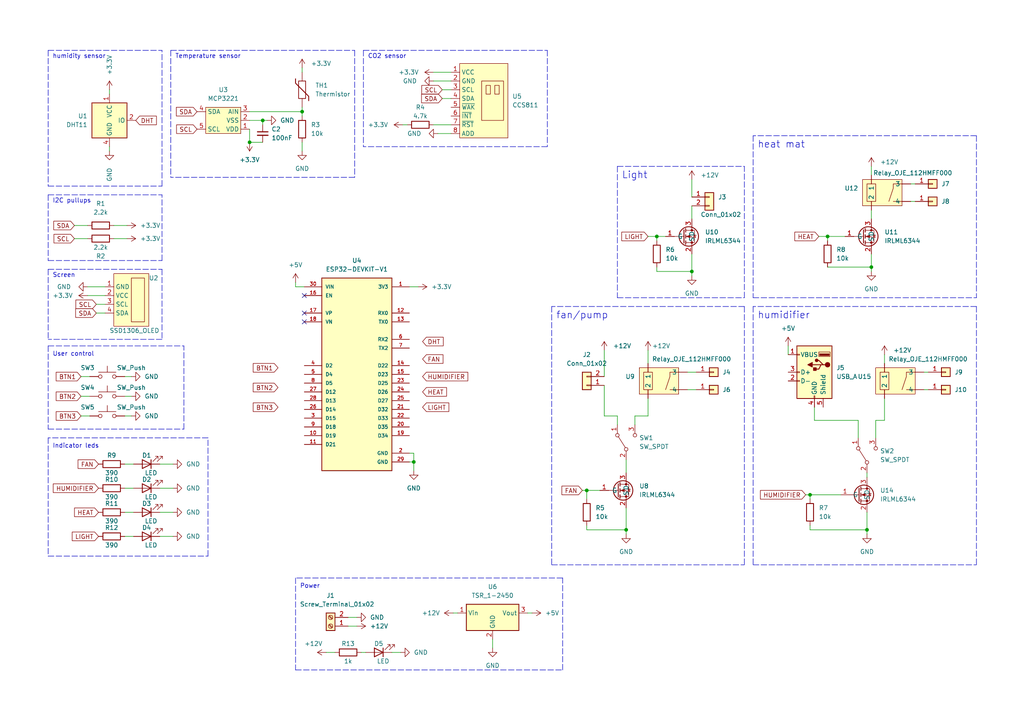
<source format=kicad_sch>
(kicad_sch (version 20211123) (generator eeschema)
  (paper "A4")
  (lib_symbols
    (symbol "Connector:Screw_Terminal_01x02" (pin_names (offset 1.016) hide)
      (property "Reference" "J" (at 0 2.54 0))
      (property "Value" "Screw_Terminal_01x02" (at 0 -5.08 0))
      (symbol "Screw_Terminal_01x02_1_1"
        (rectangle (start -1.27 1.27) (end 1.27 -3.81) (stroke (width 0.254)) (fill (type background)))
        (circle (center 0 -2.54) (radius 0.635) (stroke (width 0.1524)))
        (polyline (pts (xy -0.5334 -2.2098) (xy 0.3302 -3.048)) (stroke (width 0.1524)))
        (polyline (pts (xy -0.5334 0.3302) (xy 0.3302 -0.508)) (stroke (width 0.1524)))
        (polyline (pts (xy -0.3556 -2.032) (xy 0.508 -2.8702)) (stroke (width 0.1524)))
        (polyline (pts (xy -0.3556 0.508) (xy 0.508 -0.3302)) (stroke (width 0.1524)))
        (circle (center 0 0) (radius 0.635) (stroke (width 0.1524)))
        (pin passive line (at -5.08 0 0) (length 3.81) (name "Pin_1") (number "1"))
        (pin passive line (at -5.08 -2.54 0) (length 3.81) (name "Pin_2") (number "2"))
      )
    )
    (symbol "Connector:USB_A" (pin_names (offset 1.016))
      (property "Reference" "J" (at -5.08 11.43 0))
      (property "Value" "USB_A" (at -5.08 8.89 0))
      (symbol "USB_A_0_1"
        (rectangle (start -5.08 -7.62) (end 5.08 7.62) (stroke (width 0.254)) (fill (type background)))
        (circle (center -3.81 2.159) (radius 0.635) (stroke (width 0.254)) (fill (type outline)))
        (rectangle (start -1.524 4.826) (end -4.318 5.334) (fill (type outline)))
        (rectangle (start -1.27 4.572) (end -4.572 5.842))
        (circle (center -0.635 3.429) (radius 0.381) (stroke (width 0.254)) (fill (type outline)))
        (rectangle (start -0.127 -7.62) (end 0.127 -6.858))
        (polyline (pts (xy -3.175 2.159) (xy -2.54 2.159) (xy -1.27 3.429) (xy -0.635 3.429)) (stroke (width 0.254)))
        (polyline (pts (xy -2.54 2.159) (xy -1.905 2.159) (xy -1.27 0.889) (xy 0 0.889)) (stroke (width 0.254)))
        (polyline (pts (xy 0.635 2.794) (xy 0.635 1.524) (xy 1.905 2.159) (xy 0.635 2.794)) (stroke (width 0.254)) (fill (type outline)))
        (rectangle (start 0.254 1.27) (end -0.508 0.508) (stroke (width 0.254)) (fill (type outline)))
        (rectangle (start 5.08 -2.667) (end 4.318 -2.413))
        (rectangle (start 5.08 -0.127) (end 4.318 0.127))
        (rectangle (start 5.08 4.953) (end 4.318 5.207))
      )
      (symbol "USB_A_1_1"
        (polyline (pts (xy -1.905 2.159) (xy 0.635 2.159)) (stroke (width 0.254)))
        (pin power_in line (at 7.62 5.08 180) (length 2.54) (name "VBUS") (number "1"))
        (pin bidirectional line (at 7.62 -2.54 180) (length 2.54) (name "D-") (number "2"))
        (pin bidirectional line (at 7.62 0 180) (length 2.54) (name "D+") (number "3"))
        (pin power_in line (at 0 -10.16 90) (length 2.54) (name "GND") (number "4"))
        (pin passive line (at -2.54 -10.16 90) (length 2.54) (name "Shield") (number "5"))
      )
    )
    (symbol "Connector_Generic:Conn_01x01" (pin_names (offset 1.016) hide)
      (property "Reference" "J" (at 0 2.54 0))
      (property "Value" "Conn_01x01" (at 0 -2.54 0))
      (symbol "Conn_01x01_1_1"
        (rectangle (start -1.27 0.127) (end 0 -0.127) (stroke (width 0.1524)))
        (rectangle (start -1.27 1.27) (end 1.27 -1.27) (stroke (width 0.254)) (fill (type background)))
        (pin passive line (at -5.08 0 0) (length 3.81) (name "Pin_1") (number "1"))
      )
    )
    (symbol "Connector_Generic:Conn_01x02" (pin_names (offset 1.016) hide)
      (property "Reference" "J" (at 0 2.54 0))
      (property "Value" "Conn_01x02" (at 0 -5.08 0))
      (symbol "Conn_01x02_1_1"
        (rectangle (start -1.27 -2.413) (end 0 -2.667) (stroke (width 0.1524)))
        (rectangle (start -1.27 0.127) (end 0 -0.127) (stroke (width 0.1524)))
        (rectangle (start -1.27 1.27) (end 1.27 -3.81) (stroke (width 0.254)) (fill (type background)))
        (pin passive line (at -5.08 0 0) (length 3.81) (name "Pin_1") (number "1"))
        (pin passive line (at -5.08 -2.54 0) (length 3.81) (name "Pin_2") (number "2"))
      )
    )
    (symbol "Device:C_Small" (pin_numbers hide) (pin_names (offset 0.254) hide)
      (property "Reference" "C" (at 0.254 1.778 0))
      (property "Value" "C_Small" (at 0.254 -2.032 0))
      (symbol "C_Small_0_1"
        (polyline (pts (xy -1.524 -0.508) (xy 1.524 -0.508)) (stroke (width 0.3302)))
        (polyline (pts (xy -1.524 0.508) (xy 1.524 0.508)) (stroke (width 0.3048)))
      )
      (symbol "C_Small_1_1"
        (pin passive line (at 0 2.54 270) (length 2.032) (name "~") (number "1"))
        (pin passive line (at 0 -2.54 90) (length 2.032) (name "~") (number "2"))
      )
    )
    (symbol "Device:LED" (pin_numbers hide) (pin_names (offset 1.016) hide)
      (property "Reference" "D" (at 0 2.54 0))
      (property "Value" "LED" (at 0 -2.54 0))
      (symbol "LED_0_1"
        (polyline (pts (xy -1.27 -1.27) (xy -1.27 1.27)) (stroke (width 0.254)))
        (polyline (pts (xy -1.27 0) (xy 1.27 0)))
        (polyline (pts (xy 1.27 -1.27) (xy 1.27 1.27) (xy -1.27 0) (xy 1.27 -1.27)) (stroke (width 0.254)))
        (polyline (pts (xy -3.048 -0.762) (xy -4.572 -2.286) (xy -3.81 -2.286) (xy -4.572 -2.286) (xy -4.572 -1.524)))
        (polyline (pts (xy -1.778 -0.762) (xy -3.302 -2.286) (xy -2.54 -2.286) (xy -3.302 -2.286) (xy -3.302 -1.524)))
      )
      (symbol "LED_1_1"
        (pin passive line (at -3.81 0 0) (length 2.54) (name "K") (number "1"))
        (pin passive line (at 3.81 0 180) (length 2.54) (name "A") (number "2"))
      )
    )
    (symbol "Device:R" (pin_numbers hide) (pin_names (offset 0))
      (property "Reference" "R" (at 2.032 0 90))
      (property "Value" "R" (at 0 0 90))
      (symbol "R_0_1"
        (rectangle (start -1.016 -2.54) (end 1.016 2.54) (stroke (width 0.254)))
      )
      (symbol "R_1_1"
        (pin passive line (at 0 3.81 270) (length 1.27) (name "~") (number "1"))
        (pin passive line (at 0 -3.81 90) (length 1.27) (name "~") (number "2"))
      )
    )
    (symbol "Device:Thermistor" (pin_numbers hide) (pin_names (offset 0))
      (property "Reference" "TH" (at 2.54 1.27 90))
      (property "Value" "Thermistor" (at -2.54 0 90))
      (symbol "Thermistor_0_1"
        (rectangle (start -1.016 2.54) (end 1.016 -2.54) (stroke (width 0.2032)))
        (polyline (pts (xy -1.905 3.175) (xy -1.905 1.905) (xy 1.905 -1.905) (xy 1.905 -3.175) (xy 1.905 -3.175)) (stroke (width 0.254)))
      )
      (symbol "Thermistor_1_1"
        (pin passive line (at 0 5.08 270) (length 2.54) (name "~") (number "1"))
        (pin passive line (at 0 -5.08 90) (length 2.54) (name "~") (number "2"))
      )
    )
    (symbol "Regulator_Switching:TSR_1-2450"
      (property "Reference" "U" (at -7.62 6.35 0))
      (property "Value" "TSR_1-2450" (at -1.27 6.35 0))
      (symbol "TSR_1-2450_0_1"
        (rectangle (start -7.62 5.08) (end 7.62 -2.54) (stroke (width 0.254)) (fill (type background)))
      )
      (symbol "TSR_1-2450_1_1"
        (pin power_in line (at -10.16 2.54 0) (length 2.54) (name "Vin") (number "1"))
        (pin power_in line (at 0 -5.08 90) (length 2.54) (name "GND") (number "2"))
        (pin power_out line (at 10.16 2.54 180) (length 2.54) (name "Vout") (number "3"))
      )
    )
    (symbol "Sensor:DHT11"
      (property "Reference" "U" (at -3.81 6.35 0))
      (property "Value" "DHT11" (at 3.81 6.35 0))
      (symbol "DHT11_0_1"
        (rectangle (start -5.08 5.08) (end 5.08 -5.08) (stroke (width 0.254)) (fill (type background)))
      )
      (symbol "DHT11_1_1"
        (pin power_in line (at 0 7.62 270) (length 2.54) (name "VCC") (number "1"))
        (pin bidirectional line (at 7.62 0 180) (length 2.54) (name "IO") (number "2"))
        (pin no_connect line (at -5.08 0 0) (length 2.54) hide (name "NC") (number "3"))
        (pin power_in line (at 0 -7.62 90) (length 2.54) (name "GND") (number "4"))
      )
    )
    (symbol "Switch:SW_Push" (pin_numbers hide) (pin_names (offset 1.016) hide)
      (property "Reference" "SW" (at 1.27 2.54 0))
      (property "Value" "SW_Push" (at 0 -1.524 0))
      (symbol "SW_Push_0_1"
        (circle (center -2.032 0) (radius 0.508))
        (polyline (pts (xy 0 1.27) (xy 0 3.048)))
        (polyline (pts (xy 2.54 1.27) (xy -2.54 1.27)))
        (circle (center 2.032 0) (radius 0.508))
        (pin passive line (at -5.08 0 0) (length 2.54) (name "1") (number "1"))
        (pin passive line (at 5.08 0 180) (length 2.54) (name "2") (number "2"))
      )
    )
    (symbol "Switch:SW_SPDT" (pin_names (offset 0) hide)
      (property "Reference" "SW" (at 0 4.318 0))
      (property "Value" "SW_SPDT" (at 0 -5.08 0))
      (symbol "SW_SPDT_0_0"
        (circle (center -2.032 0) (radius 0.508))
        (circle (center 2.032 -2.54) (radius 0.508))
      )
      (symbol "SW_SPDT_0_1"
        (polyline (pts (xy -1.524 0.254) (xy 1.651 2.286)))
        (circle (center 2.032 2.54) (radius 0.508))
      )
      (symbol "SW_SPDT_1_1"
        (pin passive line (at 5.08 2.54 180) (length 2.54) (name "A") (number "1"))
        (pin passive line (at -5.08 0 0) (length 2.54) (name "B") (number "2"))
        (pin passive line (at 5.08 -2.54 180) (length 2.54) (name "C") (number "3"))
      )
    )
    (symbol "mySymbols:CCS811"
      (property "Reference" "U" (at -5.08 12.7 0))
      (property "Value" "CCS811" (at 5.08 -11.43 0))
      (symbol "CCS811_0_1"
        (rectangle (start -6.35 11.43) (end 7.62 -10.16) (fill (type background)))
        (rectangle (start 0 6.35) (end 6.35 -5.08))
        (rectangle (start 1.27 5.08) (end 2.54 2.54))
        (rectangle (start 3.81 5.08) (end 5.08 2.54))
      )
      (symbol "CCS811_1_1"
        (pin power_in line (at -8.89 8.89 0) (length 2.54) (name "VCC") (number "1"))
        (pin power_in line (at -8.89 6.35 0) (length 2.54) (name "GND") (number "2"))
        (pin open_collector line (at -8.89 3.81 0) (length 2.54) (name "SCL") (number "3"))
        (pin open_collector line (at -8.89 1.27 0) (length 2.54) (name "SDA") (number "4"))
        (pin input line (at -8.89 -1.27 0) (length 2.54) (name "~{WAK}") (number "5"))
        (pin output line (at -8.89 -3.81 0) (length 2.54) (name "~{INT}") (number "6"))
        (pin input line (at -8.89 -6.35 0) (length 2.54) (name "~{RST}") (number "7"))
        (pin input line (at -8.89 -8.89 0) (length 2.54) (name "ADD") (number "8"))
      )
    )
    (symbol "mySymbols:ESP32-DEVKIT-V1" (pin_names (offset 1.016))
      (property "Reference" "U" (at -10.16 30.48 0))
      (property "Value" "ESP32-DEVKIT-V1" (at -10.16 -30.48 0))
      (symbol "ESP32-DEVKIT-V1_0_0"
        (rectangle (start -10.16 -27.94) (end 10.16 27.94) (stroke (width 0.254)) (fill (type background)))
        (pin output line (at 15.24 25.4 180) (length 5.08) (name "3V3") (number "1"))
        (pin bidirectional line (at -15.24 -17.78 0) (length 5.08) (name "D19") (number "10"))
        (pin bidirectional line (at -15.24 -20.32 0) (length 5.08) (name "D21") (number "11"))
        (pin input line (at 15.24 17.78 180) (length 5.08) (name "RX0") (number "12"))
        (pin output line (at 15.24 15.24 180) (length 5.08) (name "TX0") (number "13"))
        (pin bidirectional line (at 15.24 2.54 180) (length 5.08) (name "D22") (number "14"))
        (pin bidirectional line (at 15.24 0 180) (length 5.08) (name "D23") (number "15"))
        (pin input line (at -15.24 22.86 0) (length 5.08) (name "EN") (number "16"))
        (pin bidirectional line (at -15.24 17.78 0) (length 5.08) (name "VP") (number "17"))
        (pin bidirectional line (at -15.24 15.24 0) (length 5.08) (name "VN") (number "18"))
        (pin bidirectional line (at 15.24 -17.78 180) (length 5.08) (name "D34") (number "19"))
        (pin power_in line (at 15.24 -22.86 180) (length 5.08) (name "GND") (number "2"))
        (pin bidirectional line (at 15.24 -15.24 180) (length 5.08) (name "D35") (number "20"))
        (pin bidirectional line (at 15.24 -10.16 180) (length 5.08) (name "D32") (number "21"))
        (pin bidirectional line (at 15.24 -12.7 180) (length 5.08) (name "D33") (number "22"))
        (pin bidirectional line (at 15.24 -2.54 180) (length 5.08) (name "D25") (number "23"))
        (pin bidirectional line (at 15.24 -5.08 180) (length 5.08) (name "D26") (number "24"))
        (pin bidirectional line (at 15.24 -7.62 180) (length 5.08) (name "D27") (number "25"))
        (pin bidirectional line (at -15.24 -10.16 0) (length 5.08) (name "D14") (number "26"))
        (pin bidirectional line (at -15.24 -5.08 0) (length 5.08) (name "D12") (number "27"))
        (pin bidirectional line (at -15.24 -7.62 0) (length 5.08) (name "D13") (number "28"))
        (pin power_in line (at 15.24 -25.4 180) (length 5.08) (name "GND") (number "29"))
        (pin bidirectional line (at -15.24 -12.7 0) (length 5.08) (name "D15") (number "3"))
        (pin input line (at -15.24 25.4 0) (length 5.08) (name "VIN") (number "30"))
        (pin bidirectional line (at -15.24 2.54 0) (length 5.08) (name "D2") (number "4"))
        (pin bidirectional line (at -15.24 0 0) (length 5.08) (name "D4") (number "5"))
        (pin input line (at 15.24 10.16 180) (length 5.08) (name "RX2") (number "6"))
        (pin output line (at 15.24 7.62 180) (length 5.08) (name "TX2") (number "7"))
        (pin bidirectional line (at -15.24 -2.54 0) (length 5.08) (name "D5") (number "8"))
        (pin bidirectional line (at -15.24 -15.24 0) (length 5.08) (name "D18") (number "9"))
      )
    )
    (symbol "mySymbols:IRLML6344" (pin_names (offset 1.016))
      (property "Reference" "U" (at 2.54 3.81 0))
      (property "Value" "IRLML6344" (at -7.62 3.81 0))
      (symbol "IRLML6344_1_1"
        (circle (center -0.889 0) (radius 2.8194) (stroke (width 0.254)))
        (circle (center 0 -1.778) (radius 0.2794) (fill (type outline)))
        (polyline (pts (xy -5.08 0) (xy -2.286 0)))
        (polyline (pts (xy -1.778 -1.778) (xy 0 -1.778)))
        (polyline (pts (xy -1.778 -1.27) (xy -1.778 -2.286)) (stroke (width 0.254)))
        (polyline (pts (xy -1.778 0) (xy 0 0)))
        (polyline (pts (xy -1.778 0.508) (xy -1.778 -0.508)) (stroke (width 0.254)))
        (polyline (pts (xy -1.778 1.778) (xy 0 1.778)))
        (polyline (pts (xy -1.778 2.286) (xy -1.778 1.27)) (stroke (width 0.254)))
        (polyline (pts (xy 0 -1.778) (xy 0 -2.54)))
        (polyline (pts (xy 0 -1.778) (xy 0 0)))
        (polyline (pts (xy 0 2.54) (xy 0 1.778)))
        (polyline (pts (xy -2.286 1.905) (xy -2.286 -1.905) (xy -2.286 -1.905)) (stroke (width 0.254)))
        (polyline (pts (xy -1.524 0) (xy -0.508 0.381) (xy -0.508 -0.381) (xy -1.524 0)) (fill (type outline)))
        (polyline (pts (xy 0 -1.778) (xy 0.762 -1.778) (xy 0.762 1.778) (xy 0 1.778)))
        (polyline (pts (xy 0.254 0.508) (xy 0.381 0.381) (xy 1.143 0.381) (xy 1.27 0.254)))
        (polyline (pts (xy 0.762 0.381) (xy 0.381 -0.254) (xy 1.143 -0.254) (xy 0.762 0.381)))
        (circle (center 0 1.778) (radius 0.2794) (fill (type outline)))
        (pin input line (at -7.62 0 0) (length 2.54) (name "G") (number "1"))
        (pin passive line (at 0 -5.08 90) (length 2.54) (name "S") (number "2"))
        (pin passive line (at 0 5.08 270) (length 2.54) (name "D") (number "3"))
      )
    )
    (symbol "mySymbols:MCP3221"
      (property "Reference" "U" (at -3.81 5.08 0))
      (property "Value" "MCP3221" (at 0 -5.08 0))
      (symbol "MCP3221_0_1"
        (rectangle (start -5.08 3.81) (end 5.08 -3.81) (fill (type background)))
      )
      (symbol "MCP3221_1_1"
        (pin power_in line (at -7.62 2.54 0) (length 2.54) (name "VDD") (number "1"))
        (pin power_in line (at -7.62 0 0) (length 2.54) (name "VSS") (number "2"))
        (pin input line (at -7.62 -2.54 0) (length 2.54) (name "AIN") (number "3"))
        (pin open_collector line (at 7.62 -2.54 180) (length 2.54) (name "SDA") (number "4"))
        (pin open_collector line (at 7.62 2.54 180) (length 2.54) (name "SCL") (number "5"))
      )
    )
    (symbol "mySymbols:Relay_OJE_112HMFF000"
      (property "Reference" "U" (at -5.08 5.08 0))
      (property "Value" "Relay_OJE_112HMFF000" (at 10.16 -6.35 0))
      (symbol "Relay_OJE_112HMFF000_0_1"
        (rectangle (start -5.08 3.81) (end 6.35 -3.81) (fill (type background)))
        (rectangle (start -3.81 2.54) (end -1.27 -2.54))
        (polyline (pts (xy 6.35 -2.54) (xy 3.81 -2.54)))
        (polyline (pts (xy 6.35 2.54) (xy 3.81 2.54) (xy 3.81 1.27) (xy 2.54 -2.54)))
      )
      (symbol "Relay_OJE_112HMFF000_1_1"
        (pin input line (at -2.54 5.08 270) (length 2.54) (name "1") (number ""))
        (pin input line (at -2.54 -5.08 90) (length 2.54) (name "2") (number ""))
        (pin input line (at 8.89 2.54 180) (length 2.54) (name "3") (number ""))
        (pin input line (at 8.89 -2.54 180) (length 2.54) (name "4") (number ""))
      )
    )
    (symbol "mySymbols:SSD1306_OLED"
      (property "Reference" "U" (at -7.62 6.35 0))
      (property "Value" "SSD1306_OLED" (at 0 -6.35 0))
      (symbol "SSD1306_OLED_0_1"
        (rectangle (start -7.62 5.08) (end 7.62 -5.08) (fill (type background)))
        (rectangle (start -6.35 0) (end 6.35 -3.81))
      )
      (symbol "SSD1306_OLED_1_1"
        (pin power_in line (at -3.81 7.62 270) (length 2.54) (name "GND") (number "1"))
        (pin power_in line (at -1.27 7.62 270) (length 2.54) (name "VCC") (number "2"))
        (pin open_collector line (at 1.27 7.62 270) (length 2.54) (name "SCL") (number "3"))
        (pin open_collector line (at 3.81 7.62 270) (length 2.54) (name "SDA") (number "4"))
      )
    )
    (symbol "power:+12V" (power) (pin_names (offset 0))
      (property "Value" "+12V" (at 0 3.556 0))
      (symbol "+12V_0_1"
        (polyline (pts (xy -0.762 1.27) (xy 0 2.54)))
        (polyline (pts (xy 0 0) (xy 0 2.54)))
        (polyline (pts (xy 0 2.54) (xy 0.762 1.27)))
      )
      (symbol "+12V_1_1"
        (pin power_in line (at 0 0 90) (length 0) hide (name "+12V") (number "1"))
      )
    )
    (symbol "power:+3.3V" (power) (pin_names (offset 0))
      (property "Value" "+3.3V" (at 0 3.556 0))
      (symbol "+3.3V_0_1"
        (polyline (pts (xy -0.762 1.27) (xy 0 2.54)))
        (polyline (pts (xy 0 0) (xy 0 2.54)))
        (polyline (pts (xy 0 2.54) (xy 0.762 1.27)))
      )
      (symbol "+3.3V_1_1"
        (pin power_in line (at 0 0 90) (length 0) hide (name "+3.3V") (number "1"))
      )
    )
    (symbol "power:+5V" (power) (pin_names (offset 0))
      (property "Value" "+5V" (at 0 3.556 0))
      (symbol "+5V_0_1"
        (polyline (pts (xy -0.762 1.27) (xy 0 2.54)))
        (polyline (pts (xy 0 0) (xy 0 2.54)))
        (polyline (pts (xy 0 2.54) (xy 0.762 1.27)))
      )
      (symbol "+5V_1_1"
        (pin power_in line (at 0 0 90) (length 0) hide (name "+5V") (number "1"))
      )
    )
    (symbol "power:GND" (power) (pin_names (offset 0))
      (property "Value" "GND" (at 0 -3.81 0))
      (symbol "GND_0_1"
        (polyline (pts (xy 0 0) (xy 0 -1.27) (xy 1.27 -1.27) (xy 0 -2.54) (xy -1.27 -1.27) (xy 0 -1.27)))
      )
      (symbol "GND_1_1"
        (pin power_in line (at 0 0 270) (length 0) hide (name "GND") (number "1"))
      )
    )
  )
  (junction (at 251.46 153.67))
  (junction (at 120.015 133.985))
  (junction (at 234.95 143.51))
  (junction (at 170.18 142.24))
  (junction (at 252.73 77.47))
  (junction (at 181.61 153.67))
  (junction (at 240.03 68.58))
  (junction (at 190.5 68.58))
  (junction (at 72.39 41.275))
  (junction (at 76.2 34.925))
  (junction (at 87.63 32.385))
  (junction (at 200.66 78.74))
  (no_connect (at 88.265 93.345))
  (no_connect (at 88.265 85.725))
  (no_connect (at 88.265 90.805))
  (polyline (pts (xy 13.97 56.515) (xy 46.99 56.515)))
  (wire (pts (xy 85.725 83.185) (xy 88.265 83.185)))
  (wire (pts (xy 128.27 28.575) (xy 130.81 28.575)))
  (wire (pts (xy 25.4 85.725) (xy 30.48 85.725)))
  (polyline (pts (xy 46.99 53.975) (xy 46.99 14.605)))
  (wire (pts (xy 228.6 100.33) (xy 228.6 102.87)))
  (wire (pts (xy 264.16 58.42) (xy 265.43 58.42)))
  (wire (pts (xy 187.96 68.58) (xy 190.5 68.58)))
  (wire (pts (xy 23.495 109.22) (xy 26.035 109.22)))
  (polyline (pts (xy 13.97 75.565) (xy 46.99 75.565)))
  (wire (pts (xy 21.59 65.405) (xy 25.4 65.405)))
  (wire (pts (xy 252.73 77.47) (xy 252.73 78.74)))
  (wire (pts (xy 184.15 120.65) (xy 184.15 123.19)))
  (wire (pts (xy 170.18 142.24) (xy 173.99 142.24)))
  (polyline (pts (xy 13.97 78.105) (xy 46.99 78.105)))
  (wire (pts (xy 27.94 88.265) (xy 30.48 88.265)))
  (polyline (pts (xy 179.07 86.36) (xy 215.9 86.36)))
  (wire (pts (xy 21.59 69.215) (xy 25.4 69.215)))
  (polyline (pts (xy 49.53 14.605) (xy 102.87 14.605)))
  (wire (pts (xy 200.66 80.01) (xy 200.66 78.74)))
  (wire (pts (xy 237.49 68.58) (xy 240.03 68.58)))
  (polyline (pts (xy 13.97 127) (xy 13.97 161.29)))
  (wire (pts (xy 234.95 152.4) (xy 234.95 153.67)))
  (wire (pts (xy 33.02 69.215) (xy 36.83 69.215)))
  (polyline (pts (xy 179.07 48.26) (xy 215.9 48.26)))
  (wire (pts (xy 72.39 37.465) (xy 72.39 41.275)))
  (polyline (pts (xy 13.97 53.975) (xy 46.99 53.975)))
  (wire (pts (xy 200.66 59.69) (xy 200.66 63.5)))
  (wire (pts (xy 256.54 102.87) (xy 256.54 105.41)))
  (polyline (pts (xy 85.725 194.31) (xy 163.195 194.31)))
  (wire (pts (xy 170.18 152.4) (xy 170.18 153.67)))
  (polyline (pts (xy 13.97 161.29) (xy 60.325 161.29)))
  (polyline (pts (xy 49.53 14.605) (xy 49.53 51.435)))
  (wire (pts (xy 240.03 68.58) (xy 240.03 69.85)))
  (wire (pts (xy 267.97 107.95) (xy 269.24 107.95)))
  (polyline (pts (xy 13.97 56.515) (xy 13.97 75.565)))
  (wire (pts (xy 118.745 83.185) (xy 121.285 83.185)))
  (wire (pts (xy 87.63 19.685) (xy 87.63 20.955)))
  (polyline (pts (xy 215.9 86.36) (xy 215.9 48.26)))
  (wire (pts (xy 120.015 133.985) (xy 120.015 136.525)))
  (polyline (pts (xy 163.195 194.31) (xy 163.195 167.64)))
  (wire (pts (xy 234.95 143.51) (xy 243.84 143.51)))
  (polyline (pts (xy 283.21 88.9) (xy 218.44 88.9)))
  (wire (pts (xy 87.63 32.385) (xy 87.63 33.655)))
  (wire (pts (xy 267.97 113.03) (xy 269.24 113.03)))
  (wire (pts (xy 23.495 120.65) (xy 26.035 120.65)))
  (wire (pts (xy 187.96 120.65) (xy 184.15 120.65)))
  (wire (pts (xy 118.745 133.985) (xy 120.015 133.985)))
  (wire (pts (xy 236.22 118.11) (xy 236.22 121.92)))
  (wire (pts (xy 27.94 90.805) (xy 30.48 90.805)))
  (wire (pts (xy 153.035 177.8) (xy 154.305 177.8)))
  (polyline (pts (xy 283.21 39.37) (xy 283.21 86.36)))
  (wire (pts (xy 248.92 121.92) (xy 248.92 127)))
  (polyline (pts (xy 85.725 167.64) (xy 85.725 194.31)))
  (wire (pts (xy 33.02 65.405) (xy 36.83 65.405)))
  (wire (pts (xy 181.61 154.94) (xy 181.61 153.67)))
  (wire (pts (xy 175.26 111.76) (xy 175.26 120.65)))
  (polyline (pts (xy 13.97 124.46) (xy 53.34 124.46)))
  (wire (pts (xy 190.5 77.47) (xy 190.5 78.74)))
  (wire (pts (xy 36.195 114.935) (xy 38.1 114.935)))
  (wire (pts (xy 252.73 60.96) (xy 252.73 63.5)))
  (wire (pts (xy 187.96 101.6) (xy 187.96 105.41)))
  (wire (pts (xy 251.46 148.59) (xy 251.46 153.67)))
  (wire (pts (xy 128.27 26.035) (xy 130.81 26.035)))
  (wire (pts (xy 199.39 107.95) (xy 201.93 107.95)))
  (wire (pts (xy 234.95 144.78) (xy 234.95 143.51)))
  (wire (pts (xy 72.39 41.275) (xy 76.2 41.275)))
  (wire (pts (xy 31.75 26.035) (xy 31.75 27.305)))
  (wire (pts (xy 87.63 41.275) (xy 87.63 43.815)))
  (wire (pts (xy 251.46 137.16) (xy 251.46 138.43)))
  (wire (pts (xy 142.875 185.42) (xy 142.875 187.96)))
  (wire (pts (xy 23.495 114.935) (xy 26.035 114.935)))
  (wire (pts (xy 256.54 121.92) (xy 254 121.92)))
  (polyline (pts (xy 46.99 75.565) (xy 46.99 56.515)))
  (wire (pts (xy 200.66 73.66) (xy 200.66 78.74)))
  (wire (pts (xy 125.73 36.195) (xy 130.81 36.195)))
  (polyline (pts (xy 160.02 163.83) (xy 215.9 163.83)))
  (wire (pts (xy 36.195 155.575) (xy 38.735 155.575)))
  (wire (pts (xy 36.195 148.59) (xy 38.735 148.59)))
  (wire (pts (xy 175.26 101.6) (xy 175.26 109.22)))
  (wire (pts (xy 36.195 120.65) (xy 38.1 120.65)))
  (wire (pts (xy 104.775 189.23) (xy 106.045 189.23)))
  (polyline (pts (xy 105.41 14.605) (xy 105.41 42.545)))
  (wire (pts (xy 46.355 148.59) (xy 50.165 148.59)))
  (polyline (pts (xy 179.07 48.26) (xy 179.07 86.36)))
  (wire (pts (xy 125.73 23.495) (xy 130.81 23.495)))
  (wire (pts (xy 31.75 42.545) (xy 31.75 43.815)))
  (wire (pts (xy 100.965 181.61) (xy 103.505 181.61)))
  (polyline (pts (xy 13.97 14.605) (xy 13.97 53.975)))
  (wire (pts (xy 36.195 109.22) (xy 38.1 109.22)))
  (polyline (pts (xy 218.44 39.37) (xy 218.44 86.36)))
  (polyline (pts (xy 283.21 39.37) (xy 218.44 39.37)))
  (wire (pts (xy 251.46 154.94) (xy 251.46 153.67)))
  (wire (pts (xy 264.16 53.34) (xy 265.43 53.34)))
  (polyline (pts (xy 13.97 78.105) (xy 13.97 98.425)))
  (wire (pts (xy 175.26 120.65) (xy 179.07 120.65)))
  (wire (pts (xy 190.5 78.74) (xy 200.66 78.74)))
  (wire (pts (xy 113.665 189.23) (xy 116.205 189.23)))
  (polyline (pts (xy 160.02 88.9) (xy 160.02 163.83)))
  (polyline (pts (xy 13.97 100.33) (xy 13.97 124.46)))
  (wire (pts (xy 190.5 68.58) (xy 190.5 69.85)))
  (polyline (pts (xy 218.44 163.83) (xy 283.21 163.83)))
  (polyline (pts (xy 158.75 42.545) (xy 105.41 42.545)))
  (wire (pts (xy 193.04 68.58) (xy 190.5 68.58)))
  (wire (pts (xy 256.54 115.57) (xy 256.54 121.92)))
  (polyline (pts (xy 60.325 161.29) (xy 60.325 127)))
  (polyline (pts (xy 218.44 86.36) (xy 283.21 86.36)))
  (polyline (pts (xy 102.87 14.605) (xy 102.87 51.435)))
  (wire (pts (xy 170.18 142.24) (xy 170.18 144.78)))
  (wire (pts (xy 179.07 120.65) (xy 179.07 123.19)))
  (polyline (pts (xy 46.99 78.105) (xy 46.99 98.425)))
  (polyline (pts (xy 102.87 51.435) (xy 49.53 51.435)))
  (wire (pts (xy 170.18 153.67) (xy 181.61 153.67)))
  (wire (pts (xy 46.355 134.62) (xy 50.165 134.62)))
  (wire (pts (xy 181.61 133.35) (xy 181.61 137.16)))
  (wire (pts (xy 76.2 34.925) (xy 76.2 36.195)))
  (wire (pts (xy 181.61 147.32) (xy 181.61 153.67)))
  (wire (pts (xy 131.445 177.8) (xy 132.715 177.8)))
  (wire (pts (xy 125.73 20.955) (xy 130.81 20.955)))
  (polyline (pts (xy 13.97 14.605) (xy 46.99 14.605)))
  (wire (pts (xy 127 38.735) (xy 130.81 38.735)))
  (wire (pts (xy 85.725 81.915) (xy 85.725 83.185)))
  (wire (pts (xy 168.91 142.24) (xy 170.18 142.24)))
  (wire (pts (xy 25.4 83.185) (xy 30.48 83.185)))
  (wire (pts (xy 252.73 48.26) (xy 252.73 50.8)))
  (wire (pts (xy 120.015 131.445) (xy 120.015 133.985)))
  (polyline (pts (xy 46.99 98.425) (xy 13.97 98.425)))
  (wire (pts (xy 36.195 141.605) (xy 38.735 141.605)))
  (wire (pts (xy 116.84 36.195) (xy 118.11 36.195)))
  (polyline (pts (xy 60.325 127) (xy 13.97 127)))
  (wire (pts (xy 252.73 73.66) (xy 252.73 77.47)))
  (wire (pts (xy 236.22 121.92) (xy 248.92 121.92)))
  (wire (pts (xy 94.615 189.23) (xy 97.155 189.23)))
  (wire (pts (xy 187.96 115.57) (xy 187.96 120.65)))
  (wire (pts (xy 76.2 34.925) (xy 77.47 34.925)))
  (polyline (pts (xy 53.34 124.46) (xy 53.34 100.33)))
  (polyline (pts (xy 158.75 14.605) (xy 158.75 42.545)))
  (wire (pts (xy 46.355 141.605) (xy 50.165 141.605)))
  (wire (pts (xy 46.355 155.575) (xy 50.165 155.575)))
  (polyline (pts (xy 215.9 88.9) (xy 160.02 88.9)))
  (polyline (pts (xy 215.9 88.9) (xy 215.9 163.83)))
  (wire (pts (xy 240.03 77.47) (xy 252.73 77.47)))
  (wire (pts (xy 118.745 131.445) (xy 120.015 131.445)))
  (wire (pts (xy 72.39 32.385) (xy 87.63 32.385)))
  (wire (pts (xy 87.63 32.385) (xy 87.63 31.115)))
  (polyline (pts (xy 105.41 14.605) (xy 158.75 14.605)))
  (wire (pts (xy 240.03 68.58) (xy 245.11 68.58)))
  (polyline (pts (xy 163.195 167.64) (xy 85.725 167.64)))
  (wire (pts (xy 200.66 52.07) (xy 200.66 57.15)))
  (wire (pts (xy 233.68 143.51) (xy 234.95 143.51)))
  (wire (pts (xy 234.95 153.67) (xy 251.46 153.67)))
  (wire (pts (xy 199.39 113.03) (xy 201.93 113.03)))
  (wire (pts (xy 100.965 179.07) (xy 103.505 179.07)))
  (polyline (pts (xy 13.97 100.33) (xy 53.34 100.33)))
  (wire (pts (xy 254 121.92) (xy 254 127)))
  (polyline (pts (xy 218.44 88.9) (xy 218.44 163.83)))
  (polyline (pts (xy 283.21 88.9) (xy 283.21 163.83)))
  (wire (pts (xy 36.195 134.62) (xy 38.735 134.62)))
  (wire (pts (xy 72.39 34.925) (xy 76.2 34.925)))
  (text "Temperature sensor" (at 50.8 17.145 0) (effects (font (size 1.27 1.27)) (justify left bottom)))
  (text "heat mat" (at 219.71 43.18 0) (effects (font (size 2 2)) (justify left bottom)))
  (text "Light" (at 180.34 52.07 0) (effects (font (size 2 2)) (justify left bottom)))
  (text "CO2 sensor" (at 106.68 17.145 0) (effects (font (size 1.27 1.27)) (justify left bottom)))
  (text "humidity sensor" (at 15.24 17.145 0) (effects (font (size 1.27 1.27)) (justify left bottom)))
  (text "I2C pullups" (at 15.24 59.055 0) (effects (font (size 1.27 1.27)) (justify left bottom)))
  (text "Power" (at 86.995 170.815 0) (effects (font (size 1.27 1.27)) (justify left bottom)))
  (text "User control" (at 15.24 103.505 0) (effects (font (size 1.27 1.27)) (justify left bottom)))
  (text "humidifier" (at 219.71 92.71 0) (effects (font (size 2 2)) (justify left bottom)))
  (text "Screen" (at 15.24 80.645 0) (effects (font (size 1.27 1.27)) (justify left bottom)))
  (text "fan/pump" (at 161.29 92.71 0) (effects (font (size 2 2)) (justify left bottom)))
  (text "Indicator leds" (at 15.24 130.175 0) (effects (font (size 1.27 1.27)) (justify left bottom)))
  (global_label "FAN" (shape input) (at 122.555 104.14 0) (property "Références Inter-Feuilles" "${INTERSHEET_REFS}" (effects hide)))
  (global_label "LIGHT" (shape input) (at 122.555 118.11 0) (property "Références Inter-Feuilles" "${INTERSHEET_REFS}" (effects hide)))
  (global_label "BTN1" (shape input) (at 23.495 109.22 180) (property "Références Inter-Feuilles" "${INTERSHEET_REFS}" (effects hide)))
  (global_label "DHT" (shape input) (at 122.555 99.06 0) (property "Références Inter-Feuilles" "${INTERSHEET_REFS}" (effects hide)))
  (global_label "SDA" (shape input) (at 27.94 90.805 180) (property "Références Inter-Feuilles" "${INTERSHEET_REFS}" (effects hide)))
  (global_label "HUMIDIFIER" (shape input) (at 233.68 143.51 180) (property "Références Inter-Feuilles" "${INTERSHEET_REFS}" (effects hide)))
  (global_label "BTN1" (shape input) (at 80.645 106.68 180) (property "Références Inter-Feuilles" "${INTERSHEET_REFS}" (effects hide)))
  (global_label "BTN3" (shape input) (at 23.495 120.65 180) (property "Références Inter-Feuilles" "${INTERSHEET_REFS}" (effects hide)))
  (global_label "SCL" (shape input) (at 27.94 88.265 180) (property "Références Inter-Feuilles" "${INTERSHEET_REFS}" (effects hide)))
  (global_label "SDA" (shape input) (at 21.59 65.405 180) (property "Références Inter-Feuilles" "${INTERSHEET_REFS}" (effects hide)))
  (global_label "SDA" (shape input) (at 128.27 28.575 180) (property "Références Inter-Feuilles" "${INTERSHEET_REFS}" (effects hide)))
  (global_label "BTN2" (shape input) (at 23.495 114.935 180) (property "Références Inter-Feuilles" "${INTERSHEET_REFS}" (effects hide)))
  (global_label "FAN" (shape input) (at 168.91 142.24 180) (property "Références Inter-Feuilles" "${INTERSHEET_REFS}" (effects hide)))
  (global_label "HEAT" (shape input) (at 237.49 68.58 180) (property "Références Inter-Feuilles" "${INTERSHEET_REFS}" (effects hide)))
  (global_label "DHT" (shape input) (at 39.37 34.925 0) (property "Références Inter-Feuilles" "${INTERSHEET_REFS}" (effects hide)))
  (global_label "BTN2" (shape input) (at 80.645 112.395 180) (property "Références Inter-Feuilles" "${INTERSHEET_REFS}" (effects hide)))
  (global_label "BTN3" (shape input) (at 80.645 118.11 180) (property "Références Inter-Feuilles" "${INTERSHEET_REFS}" (effects hide)))
  (global_label "FAN" (shape input) (at 28.575 134.62 180) (property "Références Inter-Feuilles" "${INTERSHEET_REFS}" (effects hide)))
  (global_label "LIGHT" (shape input) (at 28.575 155.575 180) (property "Références Inter-Feuilles" "${INTERSHEET_REFS}" (effects hide)))
  (global_label "HUMIDIFIER" (shape input) (at 122.555 109.22 0) (property "Références Inter-Feuilles" "${INTERSHEET_REFS}" (effects hide)))
  (global_label "SCL" (shape input) (at 21.59 69.215 180) (property "Références Inter-Feuilles" "${INTERSHEET_REFS}" (effects hide)))
  (global_label "LIGHT" (shape input) (at 187.96 68.58 180) (property "Références Inter-Feuilles" "${INTERSHEET_REFS}" (effects hide)))
  (global_label "HUMIDIFIER" (shape input) (at 28.575 141.605 180) (property "Références Inter-Feuilles" "${INTERSHEET_REFS}" (effects hide)))
  (global_label "SCL" (shape input) (at 128.27 26.035 180) (property "Références Inter-Feuilles" "${INTERSHEET_REFS}" (effects hide)))
  (global_label "SDA" (shape input) (at 57.15 32.385 180) (property "Références Inter-Feuilles" "${INTERSHEET_REFS}" (effects hide)))
  (global_label "HEAT" (shape input) (at 122.555 113.665 0) (property "Références Inter-Feuilles" "${INTERSHEET_REFS}" (effects hide)))
  (global_label "SCL" (shape input) (at 57.15 37.465 180) (property "Références Inter-Feuilles" "${INTERSHEET_REFS}" (effects hide)))
  (global_label "HEAT" (shape input) (at 28.575 148.59 180) (property "Références Inter-Feuilles" "${INTERSHEET_REFS}" (effects hide)))
  (symbol (lib_id "power:GND") (at 200.66 80.01 0) (unit 1)
    (property "Reference" "#PWR030" (effects hide))
    (property "Value" "GND" (at 200.66 85.09 0))
  )
  (symbol (lib_id "Connector_Generic:Conn_01x02") (at 205.74 57.15 0) (unit 1)
    (property "Reference" "J3" (at 208.28 57.1499 0) (effects (justify left)))
    (property "Value" "Conn_01x02" (at 203.2 62.23 0) (effects (justify left)))
    (property "Footprint" "Connector_PinHeader_2.54mm:PinHeader_1x02_P2.54mm_Horizontal" (effects hide))
  )
  (symbol (lib_id "power:GND") (at 50.165 148.59 90) (unit 1)
    (property "Reference" "#PWR035" (effects hide))
    (property "Value" "GND" (at 53.975 148.5899 90) (effects (justify right)))
  )
  (symbol (lib_id "power:+5V") (at 85.725 81.915 0) (unit 1)
    (property "Reference" "#PWR07" (effects hide))
    (property "Value" "+5V" (at 85.725 76.835 0))
  )
  (symbol (lib_id "Connector_Generic:Conn_01x01") (at 207.01 113.03 0) (unit 1)
    (property "Reference" "J6" (at 209.55 113.0299 0) (effects (justify left)))
    (property "Value" "Conn_01x01" (effects hide))
    (property "Footprint" "myFootprints:cosse" (effects hide))
  )
  (symbol (lib_id "Device:R") (at 32.385 141.605 270) (unit 1)
    (property "Reference" "R10" (at 32.385 139.065 90))
    (property "Value" "390" (at 32.385 144.145 90))
    (property "Footprint" "Resistor_SMD:R_0603_1608Metric_Pad0.98x0.95mm_HandSolder" (effects hide))
  )
  (symbol (lib_id "power:GND") (at 25.4 83.185 270) (unit 1)
    (property "Reference" "#PWR01" (effects hide))
    (property "Value" "GND" (at 16.51 83.185 90) (effects (justify left)))
  )
  (symbol (lib_id "power:GND") (at 125.73 23.495 270) (unit 1)
    (property "Reference" "#PWR018" (effects hide))
    (property "Value" "GND" (at 116.84 23.495 90) (effects (justify left)))
  )
  (symbol (lib_id "Connector_Generic:Conn_01x01") (at 270.51 58.42 0) (unit 1)
    (property "Reference" "J8" (at 273.05 58.4199 0) (effects (justify left)))
    (property "Value" "Conn_01x01" (effects hide))
    (property "Footprint" "myFootprints:cosse" (effects hide))
  )
  (symbol (lib_id "power:+3.3V") (at 36.83 69.215 270) (unit 1)
    (property "Reference" "#PWR06" (effects hide))
    (property "Value" "+3.3V" (at 40.64 69.2149 90) (effects (justify left)))
  )
  (symbol (lib_id "mySymbols:CCS811") (at 139.7 29.845 0) (unit 1)
    (property "Reference" "U5" (at 148.59 27.9399 0) (effects (justify left)))
    (property "Value" "CCS811" (at 148.59 30.4799 0) (effects (justify left)))
    (property "Footprint" "Connector_PinHeader_2.54mm:PinHeader_1x08_P2.54mm_Vertical" (effects hide))
  )
  (symbol (lib_id "power:GND") (at 50.165 155.575 90) (unit 1)
    (property "Reference" "#PWR038" (effects hide))
    (property "Value" "GND" (at 53.975 155.5749 90) (effects (justify right)))
  )
  (symbol (lib_id "Connector_Generic:Conn_01x01") (at 274.32 107.95 0) (unit 1)
    (property "Reference" "J9" (at 276.86 107.9499 0) (effects (justify left)))
    (property "Value" "Conn_01x01" (effects hide))
    (property "Footprint" "myFootprints:cosse" (effects hide))
  )
  (symbol (lib_id "power:+3.3V") (at 87.63 19.685 0) (unit 1)
    (property "Reference" "#PWR010" (effects hide))
    (property "Value" "+3.3V" (at 90.17 18.4149 0) (effects (justify left)))
  )
  (symbol (lib_id "Device:R") (at 240.03 73.66 0) (unit 1)
    (property "Reference" "R8" (at 242.57 72.3899 0) (effects (justify left)))
    (property "Value" "10k" (at 242.57 74.9299 0) (effects (justify left)))
    (property "Footprint" "Resistor_SMD:R_0603_1608Metric_Pad0.98x0.95mm_HandSolder" (effects hide))
  )
  (symbol (lib_id "Device:R") (at 29.21 65.405 90) (unit 1)
    (property "Reference" "R1" (at 29.21 59.055 90))
    (property "Value" "2.2k" (at 29.21 61.595 90))
    (property "Footprint" "Resistor_SMD:R_0603_1608Metric_Pad0.98x0.95mm_HandSolder" (effects hide))
  )
  (symbol (lib_id "Switch:SW_Push") (at 31.115 120.65 0) (unit 1)
    (property "Reference" "SW5" (at 25.4 118.11 0))
    (property "Value" "SW_Push" (at 38.1 118.11 0))
    (property "Footprint" "Button_Switch_THT:SW_PUSH_6mm_H5mm" (effects hide))
  )
  (symbol (lib_id "Device:R") (at 87.63 37.465 0) (unit 1)
    (property "Reference" "R3" (at 90.17 36.1949 0) (effects (justify left)))
    (property "Value" "10k" (at 90.17 38.7349 0) (effects (justify left)))
    (property "Footprint" "Resistor_SMD:R_0603_1608Metric_Pad0.98x0.95mm_HandSolder" (effects hide))
  )
  (symbol (lib_id "mySymbols:MCP3221") (at 64.77 34.925 180) (unit 1)
    (property "Reference" "U3" (at 64.77 26.035 0))
    (property "Value" "MCP3221" (at 64.77 28.575 0))
    (property "Footprint" "Package_TO_SOT_SMD:SOT-23-5" (effects hide))
  )
  (symbol (lib_id "Device:R") (at 190.5 73.66 0) (unit 1)
    (property "Reference" "R6" (at 193.04 72.3899 0) (effects (justify left)))
    (property "Value" "10k" (at 193.04 74.9299 0) (effects (justify left)))
    (property "Footprint" "Resistor_SMD:R_0603_1608Metric_Pad0.98x0.95mm_HandSolder" (effects hide))
  )
  (symbol (lib_id "power:GND") (at 251.46 154.94 0) (unit 1)
    (property "Reference" "#PWR036" (effects hide))
    (property "Value" "GND" (at 251.46 160.02 0))
  )
  (symbol (lib_id "power:+12V") (at 187.96 101.6 0) (unit 1)
    (property "Reference" "#PWR027" (effects hide))
    (property "Value" "+12V" (at 191.77 100.33 0))
  )
  (symbol (lib_id "power:GND") (at 120.015 136.525 0) (unit 1)
    (property "Reference" "#PWR012" (effects hide))
    (property "Value" "GND" (at 120.015 141.605 0))
  )
  (symbol (lib_id "mySymbols:SSD1306_OLED") (at 38.1 86.995 90) (mirror x) (unit 1)
    (property "Reference" "U2" (at 43.18 80.645 90) (effects (justify right)))
    (property "Value" "SSD1306_OLED" (at 31.75 95.885 90) (effects (justify right)))
  )
  (symbol (lib_id "power:GND") (at 142.875 187.96 0) (unit 1)
    (property "Reference" "#PWR021" (effects hide))
    (property "Value" "GND" (at 142.875 193.04 0))
  )
  (symbol (lib_id "Device:LED") (at 42.545 134.62 180) (unit 1)
    (property "Reference" "D1" (at 42.545 132.08 0))
    (property "Value" "LED" (at 43.815 137.16 0))
    (property "Footprint" "LED_SMD:LED_0603_1608Metric_Pad1.05x0.95mm_HandSolder" (effects hide))
  )
  (symbol (lib_id "Connector:Screw_Terminal_01x02") (at 95.885 181.61 180) (unit 1)
    (property "Reference" "J1" (at 95.885 172.72 0))
    (property "Value" "Screw_Terminal_01x02" (at 97.79 175.26 0))
    (property "Footprint" "TerminalBlock:TerminalBlock_bornier-2_P5.08mm" (effects hide))
  )
  (symbol (lib_id "power:GND") (at 31.75 43.815 0) (unit 1)
    (property "Reference" "#PWR04" (effects hide))
    (property "Value" "GND" (at 31.75 52.705 90) (effects (justify left)))
  )
  (symbol (lib_id "Connector_Generic:Conn_01x01") (at 207.01 107.95 0) (unit 1)
    (property "Reference" "J4" (at 209.55 107.9499 0) (effects (justify left)))
    (property "Value" "Conn_01x01" (effects hide))
    (property "Footprint" "myFootprints:cosse" (effects hide))
  )
  (symbol (lib_id "mySymbols:Relay_OJE_112HMFF000") (at 259.08 110.49 0) (unit 1)
    (property "Reference" "U15" (at 252.73 109.2199 0) (effects (justify right)))
    (property "Value" "Relay_OJE_112HMFF000" (at 280.67 104.14 0) (effects (justify right)))
    (property "Footprint" "myFootprints:relay OJE 112HMFF000" (effects hide))
  )
  (symbol (lib_id "power:+3.3V") (at 25.4 85.725 90) (unit 1)
    (property "Reference" "#PWR02" (effects hide))
    (property "Value" "+3.3V" (at 15.24 85.725 90) (effects (justify right)))
  )
  (symbol (lib_id "power:GND") (at 38.1 114.935 90) (unit 1)
    (property "Reference" "#PWR015" (effects hide))
    (property "Value" "GND" (at 41.91 114.9349 90) (effects (justify right)))
  )
  (symbol (lib_id "Device:LED") (at 42.545 141.605 180) (unit 1)
    (property "Reference" "D2" (at 42.545 139.065 0))
    (property "Value" "LED" (at 43.815 144.145 0))
    (property "Footprint" "LED_SMD:LED_0603_1608Metric_Pad1.05x0.95mm_HandSolder" (effects hide))
  )
  (symbol (lib_id "Device:R") (at 32.385 155.575 270) (unit 1)
    (property "Reference" "R12" (at 32.385 153.035 90))
    (property "Value" "390" (at 32.385 158.115 90))
    (property "Footprint" "Resistor_SMD:R_0603_1608Metric_Pad0.98x0.95mm_HandSolder" (effects hide))
  )
  (symbol (lib_id "Switch:SW_Push") (at 31.115 109.22 0) (unit 1)
    (property "Reference" "SW3" (at 25.4 106.68 0))
    (property "Value" "SW_Push" (at 38.1 106.68 0))
    (property "Footprint" "Button_Switch_THT:SW_PUSH_6mm_H5mm" (effects hide))
  )
  (symbol (lib_id "mySymbols:IRLML6344") (at 252.73 68.58 0) (unit 1)
    (property "Reference" "U11" (at 256.54 67.3099 0) (effects (justify left)))
    (property "Value" "IRLML6344" (at 256.54 69.8499 0) (effects (justify left)))
    (property "Footprint" "myFootprints:SOT-23" (effects hide))
    (property "Datasheet" "https://docs-emea.rs-online.com/webdocs/0f87/0900766b80f8731b.pdf" (effects hide))
  )
  (symbol (lib_id "Regulator_Switching:TSR_1-2450") (at 142.875 180.34 0) (unit 1)
    (property "Reference" "U6" (at 142.875 170.18 0))
    (property "Value" "TSR_1-2450" (at 142.875 172.72 0))
    (property "Footprint" "Converter_DCDC:Converter_DCDC_TRACO_TSR-1_THT" (effects hide))
    (property "Datasheet" "http://www.tracopower.com/products/tsr1.pdf" (effects hide))
  )
  (symbol (lib_id "power:+12V") (at 252.73 48.26 0) (unit 1)
    (property "Reference" "#PWR032" (effects hide))
    (property "Value" "+12V" (at 255.27 46.9899 0) (effects (justify left)))
  )
  (symbol (lib_id "mySymbols:Relay_OJE_112HMFF000") (at 190.5 110.49 0) (unit 1)
    (property "Reference" "U9" (at 184.15 109.2199 0) (effects (justify right)))
    (property "Value" "Relay_OJE_112HMFF000" (at 212.09 104.14 0) (effects (justify right)))
    (property "Footprint" "myFootprints:relay OJE 112HMFF000" (effects hide))
  )
  (symbol (lib_id "Connector_Generic:Conn_01x01") (at 274.32 113.03 0) (unit 1)
    (property "Reference" "J10" (at 276.86 113.0299 0) (effects (justify left)))
    (property "Value" "Conn_01x01" (effects hide))
    (property "Footprint" "myFootprints:cosse" (effects hide))
  )
  (symbol (lib_id "Device:R") (at 100.965 189.23 270) (unit 1)
    (property "Reference" "R13" (at 100.965 186.69 90))
    (property "Value" "1k" (at 100.965 191.77 90))
    (property "Footprint" "Resistor_SMD:R_0603_1608Metric_Pad0.98x0.95mm_HandSolder" (effects hide))
  )
  (symbol (lib_id "Device:R") (at 29.21 69.215 90) (unit 1)
    (property "Reference" "R2" (at 29.21 74.295 90))
    (property "Value" "2.2k" (at 29.21 71.755 90))
    (property "Footprint" "Resistor_SMD:R_0603_1608Metric_Pad0.98x0.95mm_HandSolder" (effects hide))
  )
  (symbol (lib_id "power:GND") (at 252.73 78.74 0) (unit 1)
    (property "Reference" "#PWR033" (effects hide))
    (property "Value" "GND" (at 252.73 83.82 0))
  )
  (symbol (lib_id "Device:R") (at 121.92 36.195 90) (unit 1)
    (property "Reference" "R4" (at 121.92 31.115 90))
    (property "Value" "4.7k" (at 121.92 33.655 90))
    (property "Footprint" "Resistor_SMD:R_0603_1608Metric_Pad0.98x0.95mm_HandSolder" (effects hide))
  )
  (symbol (lib_id "power:GND") (at 50.165 134.62 90) (unit 1)
    (property "Reference" "#PWR026" (effects hide))
    (property "Value" "GND" (at 53.975 134.6199 90) (effects (justify right)))
  )
  (symbol (lib_id "Connector:USB_A") (at 236.22 107.95 0) (mirror y) (unit 1)
    (property "Reference" "J5" (at 242.57 106.6799 0) (effects (justify right)))
    (property "Value" "USB_A" (at 242.57 109.2199 0) (effects (justify right)))
    (property "Footprint" "Connector_USB:USB_A_CONNFLY_DS1095-WNR0" (effects hide))
    (property "Datasheet" " ~" (effects hide))
  )
  (symbol (lib_id "Connector_Generic:Conn_01x02") (at 170.18 111.76 180) (unit 1)
    (property "Reference" "J2" (at 170.18 102.87 0))
    (property "Value" "Conn_01x02" (at 170.18 105.41 0))
    (property "Footprint" "Connector_PinHeader_2.54mm:PinHeader_1x02_P2.54mm_Horizontal" (effects hide))
  )
  (symbol (lib_id "power:+3.3V") (at 72.39 41.275 180) (unit 1)
    (property "Reference" "#PWR08" (effects hide))
    (property "Value" "+3.3V" (at 72.39 46.355 0))
  )
  (symbol (lib_id "Device:R") (at 234.95 148.59 0) (unit 1)
    (property "Reference" "R7" (at 237.49 147.3199 0) (effects (justify left)))
    (property "Value" "10k" (at 237.49 149.8599 0) (effects (justify left)))
    (property "Footprint" "Resistor_SMD:R_0603_1608Metric_Pad0.98x0.95mm_HandSolder" (effects hide))
  )
  (symbol (lib_id "power:+12V") (at 94.615 189.23 90) (unit 1)
    (property "Reference" "#PWR039" (effects hide))
    (property "Value" "+12V" (at 88.265 186.69 90) (effects (justify right)))
  )
  (symbol (lib_id "power:GND") (at 77.47 34.925 90) (unit 1)
    (property "Reference" "#PWR09" (effects hide))
    (property "Value" "GND" (at 81.28 34.9249 90) (effects (justify right)))
  )
  (symbol (lib_id "power:GND") (at 50.165 141.605 90) (unit 1)
    (property "Reference" "#PWR031" (effects hide))
    (property "Value" "GND" (at 53.975 141.6049 90) (effects (justify right)))
  )
  (symbol (lib_id "Device:R") (at 32.385 148.59 270) (unit 1)
    (property "Reference" "R11" (at 32.385 146.05 90))
    (property "Value" "390" (at 32.385 151.13 90))
    (property "Footprint" "Resistor_SMD:R_0603_1608Metric_Pad0.98x0.95mm_HandSolder" (effects hide))
  )
  (symbol (lib_id "mySymbols:IRLML6344") (at 251.46 143.51 0) (unit 1)
    (property "Reference" "U14" (at 255.27 142.2399 0) (effects (justify left)))
    (property "Value" "IRLML6344" (at 255.27 144.7799 0) (effects (justify left)))
    (property "Footprint" "myFootprints:SOT-23" (effects hide))
    (property "Datasheet" "https://docs-emea.rs-online.com/webdocs/0f87/0900766b80f8731b.pdf" (effects hide))
  )
  (symbol (lib_id "power:+3.3V") (at 121.285 83.185 270) (unit 1)
    (property "Reference" "#PWR013" (effects hide))
    (property "Value" "+3.3V" (at 125.095 83.1849 90) (effects (justify left)))
  )
  (symbol (lib_id "power:+3.3V") (at 125.73 20.955 90) (unit 1)
    (property "Reference" "#PWR017" (effects hide))
    (property "Value" "+3.3V" (at 115.57 20.955 90) (effects (justify right)))
  )
  (symbol (lib_id "power:+3.3V") (at 36.83 65.405 270) (unit 1)
    (property "Reference" "#PWR05" (effects hide))
    (property "Value" "+3.3V" (at 40.64 65.4049 90) (effects (justify left)))
  )
  (symbol (lib_id "Device:R") (at 170.18 148.59 0) (unit 1)
    (property "Reference" "R5" (at 172.72 147.3199 0) (effects (justify left)))
    (property "Value" "10k" (at 172.72 149.8599 0) (effects (justify left)))
    (property "Footprint" "Resistor_SMD:R_0603_1608Metric_Pad0.98x0.95mm_HandSolder" (effects hide))
  )
  (symbol (lib_id "mySymbols:IRLML6344") (at 181.61 142.24 0) (unit 1)
    (property "Reference" "U8" (at 185.42 140.9699 0) (effects (justify left)))
    (property "Value" "IRLML6344" (at 185.42 143.5099 0) (effects (justify left)))
    (property "Footprint" "myFootprints:SOT-23" (effects hide))
    (property "Datasheet" "https://docs-emea.rs-online.com/webdocs/0f87/0900766b80f8731b.pdf" (effects hide))
  )
  (symbol (lib_id "power:+3.3V") (at 116.84 36.195 90) (unit 1)
    (property "Reference" "#PWR016" (effects hide))
    (property "Value" "+3.3V" (at 106.68 36.195 90) (effects (justify right)))
  )
  (symbol (lib_id "power:+5V") (at 228.6 100.33 0) (unit 1)
    (property "Reference" "#PWR037" (effects hide))
    (property "Value" "+5V" (at 228.6 95.25 0))
  )
  (symbol (lib_id "power:+12V") (at 175.26 101.6 0) (unit 1)
    (property "Reference" "#PWR025" (effects hide))
    (property "Value" "+12V" (at 177.8 100.3299 0) (effects (justify left)))
  )
  (symbol (lib_id "power:+12V") (at 103.505 181.61 270) (unit 1)
    (property "Reference" "#PWR024" (effects hide))
    (property "Value" "+12V" (at 107.315 181.6099 90) (effects (justify left)))
  )
  (symbol (lib_id "Device:C_Small") (at 76.2 38.735 0) (unit 1)
    (property "Reference" "C2" (at 78.74 37.4712 0) (effects (justify left)))
    (property "Value" "100nF" (at 78.74 40.0112 0) (effects (justify left)))
    (property "Footprint" "Capacitor_SMD:C_0603_1608Metric_Pad1.08x0.95mm_HandSolder" (effects hide))
  )
  (symbol (lib_id "Switch:SW_SPDT") (at 251.46 132.08 90) (unit 1)
    (property "Reference" "SW2" (at 255.27 130.8099 90) (effects (justify right)))
    (property "Value" "SW_SPDT" (at 255.27 133.3499 90) (effects (justify right)))
    (property "Footprint" "myFootprints:switch SPDT" (effects hide))
  )
  (symbol (lib_id "mySymbols:Relay_OJE_112HMFF000") (at 255.27 55.88 0) (unit 1)
    (property "Reference" "U12" (at 248.92 54.6099 0) (effects (justify right)))
    (property "Value" "Relay_OJE_112HMFF000" (at 276.225 50.165 0) (effects (justify right)))
    (property "Footprint" "myFootprints:relay OJE 112HMFF000" (effects hide))
  )
  (symbol (lib_id "power:+3.3V") (at 31.75 26.035 0) (unit 1)
    (property "Reference" "#PWR03" (effects hide))
    (property "Value" "+3.3V" (at 31.75 15.875 90) (effects (justify right)))
  )
  (symbol (lib_id "power:GND") (at 38.1 109.22 90) (unit 1)
    (property "Reference" "#PWR014" (effects hide))
    (property "Value" "GND" (at 41.91 109.2199 90) (effects (justify right)))
  )
  (symbol (lib_id "power:GND") (at 38.1 120.65 90) (unit 1)
    (property "Reference" "#PWR041" (effects hide))
    (property "Value" "GND" (at 41.91 120.6499 90) (effects (justify right)))
  )
  (symbol (lib_id "power:+12V") (at 131.445 177.8 90) (unit 1)
    (property "Reference" "#PWR020" (effects hide))
    (property "Value" "+12V" (at 127.635 177.7999 90) (effects (justify left)))
  )
  (symbol (lib_id "Switch:SW_Push") (at 31.115 114.935 0) (unit 1)
    (property "Reference" "SW4" (at 25.4 112.395 0))
    (property "Value" "SW_Push" (at 38.1 112.395 0))
    (property "Footprint" "Button_Switch_THT:SW_PUSH_6mm_H5mm" (effects hide))
  )
  (symbol (lib_id "power:+12V") (at 256.54 102.87 0) (unit 1)
    (property "Reference" "#PWR034" (effects hide))
    (property "Value" "+12V" (at 259.08 101.5999 0) (effects (justify left)))
  )
  (symbol (lib_id "Connector_Generic:Conn_01x01") (at 270.51 53.34 0) (unit 1)
    (property "Reference" "J7" (at 273.05 53.3399 0) (effects (justify left)))
    (property "Value" "Conn_01x01" (effects hide))
    (property "Footprint" "myFootprints:cosse" (effects hide))
  )
  (symbol (lib_id "Device:LED") (at 109.855 189.23 180) (unit 1)
    (property "Reference" "D5" (at 109.855 186.69 0))
    (property "Value" "LED" (at 111.125 191.77 0))
    (property "Footprint" "LED_SMD:LED_0603_1608Metric_Pad1.05x0.95mm_HandSolder" (effects hide))
  )
  (symbol (lib_id "power:GND") (at 116.205 189.23 90) (unit 1)
    (property "Reference" "#PWR040" (effects hide))
    (property "Value" "GND" (at 120.015 189.2299 90) (effects (justify right)))
  )
  (symbol (lib_id "power:GND") (at 181.61 154.94 0) (unit 1)
    (property "Reference" "#PWR028" (effects hide))
    (property "Value" "GND" (at 181.61 160.02 0))
  )
  (symbol (lib_id "Device:LED") (at 42.545 155.575 180) (unit 1)
    (property "Reference" "D4" (at 42.545 153.035 0))
    (property "Value" "LED" (at 43.815 158.115 0))
    (property "Footprint" "LED_SMD:LED_0603_1608Metric_Pad1.05x0.95mm_HandSolder" (effects hide))
  )
  (symbol (lib_id "Sensor:DHT11") (at 31.75 34.925 0) (unit 1)
    (property "Reference" "U1" (at 25.4 33.6549 0) (effects (justify right)))
    (property "Value" "DHT11" (at 25.4 36.1949 0) (effects (justify right)))
    (property "Footprint" "Sensor:Aosong_DHT11_5.5x12.0_P2.54mm" (effects hide))
    (property "Datasheet" "http://akizukidenshi.com/download/ds/aosong/DHT11.pdf" (effects hide))
  )
  (symbol (lib_id "mySymbols:IRLML6344") (at 200.66 68.58 0) (unit 1)
    (property "Reference" "U10" (at 204.47 67.3099 0) (effects (justify left)))
    (property "Value" "IRLML6344" (at 204.47 69.8499 0) (effects (justify left)))
    (property "Footprint" "myFootprints:SOT-23" (effects hide))
    (property "Datasheet" "https://docs-emea.rs-online.com/webdocs/0f87/0900766b80f8731b.pdf" (effects hide))
  )
  (symbol (lib_id "power:GND") (at 87.63 43.815 0) (unit 1)
    (property "Reference" "#PWR011" (effects hide))
    (property "Value" "GND" (at 87.63 48.895 0))
  )
  (symbol (lib_id "power:GND") (at 103.505 179.07 90) (unit 1)
    (property "Reference" "#PWR023" (effects hide))
    (property "Value" "GND" (at 107.315 179.0699 90) (effects (justify right)))
  )
  (symbol (lib_id "Device:LED") (at 42.545 148.59 180) (unit 1)
    (property "Reference" "D3" (at 42.545 146.05 0))
    (property "Value" "LED" (at 43.815 151.13 0))
    (property "Footprint" "LED_SMD:LED_0603_1608Metric_Pad1.05x0.95mm_HandSolder" (effects hide))
  )
  (symbol (lib_id "mySymbols:ESP32-DEVKIT-V1") (at 103.505 108.585 0) (unit 1)
    (property "Reference" "U4" (at 103.505 75.565 0))
    (property "Value" "ESP32-DEVKIT-V1" (at 103.505 78.105 0))
    (property "Footprint" "myFootprints:MODULE_ESP32_DEVKIT_V1" (effects hide))
    (property "STANDARD" "Manufacturer Recommendations" (effects hide))
    (property "MANUFACTURER" "DOIT" (effects hide))
    (property "MAXIMUM_PACKAGE_HEIGHT" "6.8 mm" (effects hide))
    (property "PARTREV" "N/A" (effects hide))
  )
  (symbol (lib_id "Device:Thermistor") (at 87.63 26.035 0) (unit 1)
    (property "Reference" "TH1" (at 91.44 24.7649 0) (effects (justify left)))
    (property "Value" "Thermistor" (at 91.44 27.3049 0) (effects (justify left)))
    (property "Footprint" "Connector_JST:JST_XH_B2B-XH-A_1x02_P2.50mm_Vertical" (effects hide))
  )
  (symbol (lib_id "Device:R") (at 32.385 134.62 270) (unit 1)
    (property "Reference" "R9" (at 32.385 132.08 90))
    (property "Value" "390" (at 32.385 137.16 90))
    (property "Footprint" "Resistor_SMD:R_0603_1608Metric_Pad0.98x0.95mm_HandSolder" (effects hide))
  )
  (symbol (lib_id "power:GND") (at 127 38.735 270) (unit 1)
    (property "Reference" "#PWR019" (effects hide))
    (property "Value" "GND" (at 118.11 38.735 90) (effects (justify left)))
  )
  (symbol (lib_id "Switch:SW_SPDT") (at 181.61 128.27 90) (unit 1)
    (property "Reference" "SW1" (at 185.42 126.9999 90) (effects (justify right)))
    (property "Value" "SW_SPDT" (at 185.42 129.5399 90) (effects (justify right)))
    (property "Footprint" "myFootprints:switch SPDT" (effects hide))
  )
  (symbol (lib_id "power:+5V") (at 154.305 177.8 270) (unit 1)
    (property "Reference" "#PWR022" (effects hide))
    (property "Value" "+5V" (at 158.115 177.7999 90) (effects (justify left)))
  )
  (symbol (lib_id "power:+12V") (at 200.66 52.07 0) (unit 1)
    (property "Reference" "#PWR029" (effects hide))
    (property "Value" "+12V" (at 203.2 50.7999 0) (effects (justify left)))
  )
)
</source>
